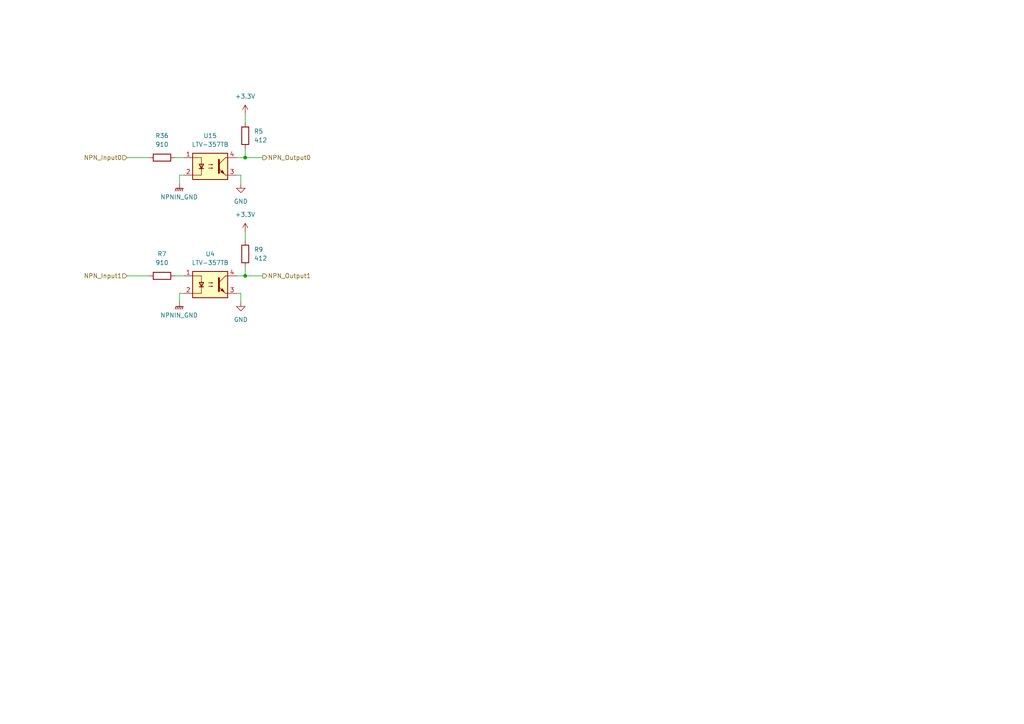
<source format=kicad_sch>
(kicad_sch
	(version 20250114)
	(generator "eeschema")
	(generator_version "9.0")
	(uuid "a5877513-a292-4358-b90a-2167ac50cd05")
	(paper "A4")
	(lib_symbols
		(symbol "Device:R"
			(pin_numbers
				(hide yes)
			)
			(pin_names
				(offset 0)
			)
			(exclude_from_sim no)
			(in_bom yes)
			(on_board yes)
			(property "Reference" "R"
				(at 2.032 0 90)
				(effects
					(font
						(size 1.27 1.27)
					)
				)
			)
			(property "Value" "R"
				(at 0 0 90)
				(effects
					(font
						(size 1.27 1.27)
					)
				)
			)
			(property "Footprint" ""
				(at -1.778 0 90)
				(effects
					(font
						(size 1.27 1.27)
					)
					(hide yes)
				)
			)
			(property "Datasheet" "~"
				(at 0 0 0)
				(effects
					(font
						(size 1.27 1.27)
					)
					(hide yes)
				)
			)
			(property "Description" "Resistor"
				(at 0 0 0)
				(effects
					(font
						(size 1.27 1.27)
					)
					(hide yes)
				)
			)
			(property "ki_keywords" "R res resistor"
				(at 0 0 0)
				(effects
					(font
						(size 1.27 1.27)
					)
					(hide yes)
				)
			)
			(property "ki_fp_filters" "R_*"
				(at 0 0 0)
				(effects
					(font
						(size 1.27 1.27)
					)
					(hide yes)
				)
			)
			(symbol "R_0_1"
				(rectangle
					(start -1.016 -2.54)
					(end 1.016 2.54)
					(stroke
						(width 0.254)
						(type default)
					)
					(fill
						(type none)
					)
				)
			)
			(symbol "R_1_1"
				(pin passive line
					(at 0 3.81 270)
					(length 1.27)
					(name "~"
						(effects
							(font
								(size 1.27 1.27)
							)
						)
					)
					(number "1"
						(effects
							(font
								(size 1.27 1.27)
							)
						)
					)
				)
				(pin passive line
					(at 0 -3.81 90)
					(length 1.27)
					(name "~"
						(effects
							(font
								(size 1.27 1.27)
							)
						)
					)
					(number "2"
						(effects
							(font
								(size 1.27 1.27)
							)
						)
					)
				)
			)
			(embedded_fonts no)
		)
		(symbol "Isolator:LTV-357T"
			(pin_names
				(offset 1.016)
			)
			(exclude_from_sim no)
			(in_bom yes)
			(on_board yes)
			(property "Reference" "U"
				(at -5.334 4.826 0)
				(effects
					(font
						(size 1.27 1.27)
					)
					(justify left)
				)
			)
			(property "Value" "LTV-357T"
				(at 0 5.08 0)
				(effects
					(font
						(size 1.27 1.27)
					)
					(justify left)
				)
			)
			(property "Footprint" "Package_SO:SO-4_4.4x3.6mm_P2.54mm"
				(at -5.08 -5.08 0)
				(effects
					(font
						(size 1.27 1.27)
						(italic yes)
					)
					(justify left)
					(hide yes)
				)
			)
			(property "Datasheet" "https://www.buerklin.com/medias/sys_master/download/download/h91/ha0/8892020588574.pdf"
				(at 0 0 0)
				(effects
					(font
						(size 1.27 1.27)
					)
					(justify left)
					(hide yes)
				)
			)
			(property "Description" "DC Optocoupler, Vce 35V, CTR 50%, SO-4"
				(at 0 0 0)
				(effects
					(font
						(size 1.27 1.27)
					)
					(hide yes)
				)
			)
			(property "ki_keywords" "NPN DC Optocoupler"
				(at 0 0 0)
				(effects
					(font
						(size 1.27 1.27)
					)
					(hide yes)
				)
			)
			(property "ki_fp_filters" "SO*4.4x3.6mm*P2.54mm*"
				(at 0 0 0)
				(effects
					(font
						(size 1.27 1.27)
					)
					(hide yes)
				)
			)
			(symbol "LTV-357T_0_1"
				(rectangle
					(start -5.08 3.81)
					(end 5.08 -3.81)
					(stroke
						(width 0.254)
						(type default)
					)
					(fill
						(type background)
					)
				)
				(polyline
					(pts
						(xy -5.08 2.54) (xy -2.54 2.54) (xy -2.54 -0.762)
					)
					(stroke
						(width 0)
						(type default)
					)
					(fill
						(type none)
					)
				)
				(polyline
					(pts
						(xy -3.175 -0.635) (xy -1.905 -0.635)
					)
					(stroke
						(width 0.254)
						(type default)
					)
					(fill
						(type none)
					)
				)
				(polyline
					(pts
						(xy -2.54 -0.635) (xy -2.54 -2.54) (xy -5.08 -2.54)
					)
					(stroke
						(width 0)
						(type default)
					)
					(fill
						(type none)
					)
				)
				(polyline
					(pts
						(xy -2.54 -0.635) (xy -3.175 0.635) (xy -1.905 0.635) (xy -2.54 -0.635)
					)
					(stroke
						(width 0.254)
						(type default)
					)
					(fill
						(type none)
					)
				)
				(polyline
					(pts
						(xy -0.508 0.508) (xy 0.762 0.508) (xy 0.381 0.381) (xy 0.381 0.635) (xy 0.762 0.508)
					)
					(stroke
						(width 0)
						(type default)
					)
					(fill
						(type none)
					)
				)
				(polyline
					(pts
						(xy -0.508 -0.508) (xy 0.762 -0.508) (xy 0.381 -0.635) (xy 0.381 -0.381) (xy 0.762 -0.508)
					)
					(stroke
						(width 0)
						(type default)
					)
					(fill
						(type none)
					)
				)
				(polyline
					(pts
						(xy 2.54 1.905) (xy 2.54 -1.905) (xy 2.54 -1.905)
					)
					(stroke
						(width 0.508)
						(type default)
					)
					(fill
						(type none)
					)
				)
				(polyline
					(pts
						(xy 2.54 0.635) (xy 4.445 2.54)
					)
					(stroke
						(width 0)
						(type default)
					)
					(fill
						(type none)
					)
				)
				(polyline
					(pts
						(xy 3.048 -1.651) (xy 3.556 -1.143) (xy 4.064 -2.159) (xy 3.048 -1.651) (xy 3.048 -1.651)
					)
					(stroke
						(width 0)
						(type default)
					)
					(fill
						(type outline)
					)
				)
				(polyline
					(pts
						(xy 4.445 2.54) (xy 5.08 2.54)
					)
					(stroke
						(width 0)
						(type default)
					)
					(fill
						(type none)
					)
				)
				(polyline
					(pts
						(xy 4.445 -2.54) (xy 2.54 -0.635)
					)
					(stroke
						(width 0)
						(type default)
					)
					(fill
						(type outline)
					)
				)
				(polyline
					(pts
						(xy 4.445 -2.54) (xy 5.08 -2.54)
					)
					(stroke
						(width 0)
						(type default)
					)
					(fill
						(type none)
					)
				)
			)
			(symbol "LTV-357T_1_1"
				(pin passive line
					(at -7.62 2.54 0)
					(length 2.54)
					(name "~"
						(effects
							(font
								(size 1.27 1.27)
							)
						)
					)
					(number "1"
						(effects
							(font
								(size 1.27 1.27)
							)
						)
					)
				)
				(pin passive line
					(at -7.62 -2.54 0)
					(length 2.54)
					(name "~"
						(effects
							(font
								(size 1.27 1.27)
							)
						)
					)
					(number "2"
						(effects
							(font
								(size 1.27 1.27)
							)
						)
					)
				)
				(pin passive line
					(at 7.62 2.54 180)
					(length 2.54)
					(name "~"
						(effects
							(font
								(size 1.27 1.27)
							)
						)
					)
					(number "4"
						(effects
							(font
								(size 1.27 1.27)
							)
						)
					)
				)
				(pin passive line
					(at 7.62 -2.54 180)
					(length 2.54)
					(name "~"
						(effects
							(font
								(size 1.27 1.27)
							)
						)
					)
					(number "3"
						(effects
							(font
								(size 1.27 1.27)
							)
						)
					)
				)
			)
			(embedded_fonts no)
		)
		(symbol "power:+3.3V"
			(power)
			(pin_numbers
				(hide yes)
			)
			(pin_names
				(offset 0)
				(hide yes)
			)
			(exclude_from_sim no)
			(in_bom yes)
			(on_board yes)
			(property "Reference" "#PWR"
				(at 0 -3.81 0)
				(effects
					(font
						(size 1.27 1.27)
					)
					(hide yes)
				)
			)
			(property "Value" "+3.3V"
				(at 0 3.556 0)
				(effects
					(font
						(size 1.27 1.27)
					)
				)
			)
			(property "Footprint" ""
				(at 0 0 0)
				(effects
					(font
						(size 1.27 1.27)
					)
					(hide yes)
				)
			)
			(property "Datasheet" ""
				(at 0 0 0)
				(effects
					(font
						(size 1.27 1.27)
					)
					(hide yes)
				)
			)
			(property "Description" "Power symbol creates a global label with name \"+3.3V\""
				(at 0 0 0)
				(effects
					(font
						(size 1.27 1.27)
					)
					(hide yes)
				)
			)
			(property "ki_keywords" "global power"
				(at 0 0 0)
				(effects
					(font
						(size 1.27 1.27)
					)
					(hide yes)
				)
			)
			(symbol "+3.3V_0_1"
				(polyline
					(pts
						(xy -0.762 1.27) (xy 0 2.54)
					)
					(stroke
						(width 0)
						(type default)
					)
					(fill
						(type none)
					)
				)
				(polyline
					(pts
						(xy 0 2.54) (xy 0.762 1.27)
					)
					(stroke
						(width 0)
						(type default)
					)
					(fill
						(type none)
					)
				)
				(polyline
					(pts
						(xy 0 0) (xy 0 2.54)
					)
					(stroke
						(width 0)
						(type default)
					)
					(fill
						(type none)
					)
				)
			)
			(symbol "+3.3V_1_1"
				(pin power_in line
					(at 0 0 90)
					(length 0)
					(name "~"
						(effects
							(font
								(size 1.27 1.27)
							)
						)
					)
					(number "1"
						(effects
							(font
								(size 1.27 1.27)
							)
						)
					)
				)
			)
			(embedded_fonts no)
		)
		(symbol "power:GND"
			(power)
			(pin_numbers
				(hide yes)
			)
			(pin_names
				(offset 0)
				(hide yes)
			)
			(exclude_from_sim no)
			(in_bom yes)
			(on_board yes)
			(property "Reference" "#PWR"
				(at 0 -6.35 0)
				(effects
					(font
						(size 1.27 1.27)
					)
					(hide yes)
				)
			)
			(property "Value" "GND"
				(at 0 -3.81 0)
				(effects
					(font
						(size 1.27 1.27)
					)
				)
			)
			(property "Footprint" ""
				(at 0 0 0)
				(effects
					(font
						(size 1.27 1.27)
					)
					(hide yes)
				)
			)
			(property "Datasheet" ""
				(at 0 0 0)
				(effects
					(font
						(size 1.27 1.27)
					)
					(hide yes)
				)
			)
			(property "Description" "Power symbol creates a global label with name \"GND\" , ground"
				(at 0 0 0)
				(effects
					(font
						(size 1.27 1.27)
					)
					(hide yes)
				)
			)
			(property "ki_keywords" "global power"
				(at 0 0 0)
				(effects
					(font
						(size 1.27 1.27)
					)
					(hide yes)
				)
			)
			(symbol "GND_0_1"
				(polyline
					(pts
						(xy 0 0) (xy 0 -1.27) (xy 1.27 -1.27) (xy 0 -2.54) (xy -1.27 -1.27) (xy 0 -1.27)
					)
					(stroke
						(width 0)
						(type default)
					)
					(fill
						(type none)
					)
				)
			)
			(symbol "GND_1_1"
				(pin power_in line
					(at 0 0 270)
					(length 0)
					(name "~"
						(effects
							(font
								(size 1.27 1.27)
							)
						)
					)
					(number "1"
						(effects
							(font
								(size 1.27 1.27)
							)
						)
					)
				)
			)
			(embedded_fonts no)
		)
		(symbol "power:GNDPWR"
			(power)
			(pin_numbers
				(hide yes)
			)
			(pin_names
				(offset 0)
				(hide yes)
			)
			(exclude_from_sim no)
			(in_bom yes)
			(on_board yes)
			(property "Reference" "#PWR"
				(at 0 -5.08 0)
				(effects
					(font
						(size 1.27 1.27)
					)
					(hide yes)
				)
			)
			(property "Value" "GNDPWR"
				(at 0 -3.302 0)
				(effects
					(font
						(size 1.27 1.27)
					)
				)
			)
			(property "Footprint" ""
				(at 0 -1.27 0)
				(effects
					(font
						(size 1.27 1.27)
					)
					(hide yes)
				)
			)
			(property "Datasheet" ""
				(at 0 -1.27 0)
				(effects
					(font
						(size 1.27 1.27)
					)
					(hide yes)
				)
			)
			(property "Description" "Power symbol creates a global label with name \"GNDPWR\" , global ground"
				(at 0 0 0)
				(effects
					(font
						(size 1.27 1.27)
					)
					(hide yes)
				)
			)
			(property "ki_keywords" "global ground"
				(at 0 0 0)
				(effects
					(font
						(size 1.27 1.27)
					)
					(hide yes)
				)
			)
			(symbol "GNDPWR_0_1"
				(polyline
					(pts
						(xy -1.016 -1.27) (xy -1.27 -2.032) (xy -1.27 -2.032)
					)
					(stroke
						(width 0.2032)
						(type default)
					)
					(fill
						(type none)
					)
				)
				(polyline
					(pts
						(xy -0.508 -1.27) (xy -0.762 -2.032) (xy -0.762 -2.032)
					)
					(stroke
						(width 0.2032)
						(type default)
					)
					(fill
						(type none)
					)
				)
				(polyline
					(pts
						(xy 0 -1.27) (xy 0 0)
					)
					(stroke
						(width 0)
						(type default)
					)
					(fill
						(type none)
					)
				)
				(polyline
					(pts
						(xy 0 -1.27) (xy -0.254 -2.032) (xy -0.254 -2.032)
					)
					(stroke
						(width 0.2032)
						(type default)
					)
					(fill
						(type none)
					)
				)
				(polyline
					(pts
						(xy 0.508 -1.27) (xy 0.254 -2.032) (xy 0.254 -2.032)
					)
					(stroke
						(width 0.2032)
						(type default)
					)
					(fill
						(type none)
					)
				)
				(polyline
					(pts
						(xy 1.016 -1.27) (xy -1.016 -1.27) (xy -1.016 -1.27)
					)
					(stroke
						(width 0.2032)
						(type default)
					)
					(fill
						(type none)
					)
				)
				(polyline
					(pts
						(xy 1.016 -1.27) (xy 0.762 -2.032) (xy 0.762 -2.032) (xy 0.762 -2.032)
					)
					(stroke
						(width 0.2032)
						(type default)
					)
					(fill
						(type none)
					)
				)
			)
			(symbol "GNDPWR_1_1"
				(pin power_in line
					(at 0 0 270)
					(length 0)
					(name "~"
						(effects
							(font
								(size 1.27 1.27)
							)
						)
					)
					(number "1"
						(effects
							(font
								(size 1.27 1.27)
							)
						)
					)
				)
			)
			(embedded_fonts no)
		)
	)
	(junction
		(at 71.12 45.72)
		(diameter 0)
		(color 0 0 0 0)
		(uuid "41c66f47-e7a7-45ac-8c6c-afaa5ff25ae4")
	)
	(junction
		(at 71.12 80.01)
		(diameter 0)
		(color 0 0 0 0)
		(uuid "acdda06d-3f9c-445b-bfb8-14df51cbb278")
	)
	(wire
		(pts
			(xy 71.12 80.01) (xy 71.12 77.47)
		)
		(stroke
			(width 0)
			(type default)
		)
		(uuid "0a07087f-1747-4bb6-9bb8-4227fdf02c35")
	)
	(wire
		(pts
			(xy 52.07 53.34) (xy 52.07 50.8)
		)
		(stroke
			(width 0)
			(type default)
		)
		(uuid "16909eae-5808-4250-a165-5d424519b9f7")
	)
	(wire
		(pts
			(xy 71.12 45.72) (xy 71.12 43.18)
		)
		(stroke
			(width 0)
			(type default)
		)
		(uuid "2c648b6b-7280-49b0-8fbc-1710bf6324ff")
	)
	(wire
		(pts
			(xy 52.07 85.09) (xy 53.34 85.09)
		)
		(stroke
			(width 0)
			(type default)
		)
		(uuid "4f7d5794-0958-4bfa-a8e0-e22abc003c38")
	)
	(wire
		(pts
			(xy 36.83 80.01) (xy 43.18 80.01)
		)
		(stroke
			(width 0)
			(type default)
		)
		(uuid "559b7827-2dd8-47d6-a65f-eee5c4af1846")
	)
	(wire
		(pts
			(xy 71.12 80.01) (xy 76.2 80.01)
		)
		(stroke
			(width 0)
			(type default)
		)
		(uuid "5a949b1f-1efb-43de-87ce-cc5680f10a83")
	)
	(wire
		(pts
			(xy 69.85 53.34) (xy 69.85 50.8)
		)
		(stroke
			(width 0)
			(type default)
		)
		(uuid "6bbfdb85-393b-4ec8-bfb0-9d47265ba8fb")
	)
	(wire
		(pts
			(xy 52.07 87.63) (xy 52.07 85.09)
		)
		(stroke
			(width 0)
			(type default)
		)
		(uuid "6d227478-8414-4ddf-8464-1392ac4906fe")
	)
	(wire
		(pts
			(xy 36.83 45.72) (xy 43.18 45.72)
		)
		(stroke
			(width 0)
			(type default)
		)
		(uuid "708080dc-1ce2-46e2-95a6-f0de70070d2e")
	)
	(wire
		(pts
			(xy 69.85 87.63) (xy 69.85 85.09)
		)
		(stroke
			(width 0)
			(type default)
		)
		(uuid "76eef435-060f-4f7e-a127-2d8688b26f25")
	)
	(wire
		(pts
			(xy 71.12 67.31) (xy 71.12 69.85)
		)
		(stroke
			(width 0)
			(type default)
		)
		(uuid "7b5f2524-f7d3-4a44-bea4-be6234bc5f16")
	)
	(wire
		(pts
			(xy 71.12 45.72) (xy 76.2 45.72)
		)
		(stroke
			(width 0)
			(type default)
		)
		(uuid "7c5d1898-45c8-4c2c-bba4-6ba43c03c8a9")
	)
	(wire
		(pts
			(xy 68.58 45.72) (xy 71.12 45.72)
		)
		(stroke
			(width 0)
			(type default)
		)
		(uuid "7d02e377-108c-4067-97ad-a78509e86e63")
	)
	(wire
		(pts
			(xy 50.8 45.72) (xy 53.34 45.72)
		)
		(stroke
			(width 0)
			(type default)
		)
		(uuid "8357a04f-0fee-464e-8667-ac07f18bf780")
	)
	(wire
		(pts
			(xy 68.58 80.01) (xy 71.12 80.01)
		)
		(stroke
			(width 0)
			(type default)
		)
		(uuid "8c5ed73b-1ba0-4b2d-8ad7-1d082f070700")
	)
	(wire
		(pts
			(xy 71.12 33.02) (xy 71.12 35.56)
		)
		(stroke
			(width 0)
			(type default)
		)
		(uuid "c03fe5d6-c79f-4399-97cc-621fe064d797")
	)
	(wire
		(pts
			(xy 50.8 80.01) (xy 53.34 80.01)
		)
		(stroke
			(width 0)
			(type default)
		)
		(uuid "cbb5f37a-9761-4382-813d-a00b5a0c7da3")
	)
	(wire
		(pts
			(xy 52.07 50.8) (xy 53.34 50.8)
		)
		(stroke
			(width 0)
			(type default)
		)
		(uuid "cec7a1c8-14e1-4c53-be2d-21830de8b855")
	)
	(wire
		(pts
			(xy 68.58 85.09) (xy 69.85 85.09)
		)
		(stroke
			(width 0)
			(type default)
		)
		(uuid "d2b3386f-1619-411f-8ba8-7123addf8312")
	)
	(wire
		(pts
			(xy 68.58 50.8) (xy 69.85 50.8)
		)
		(stroke
			(width 0)
			(type default)
		)
		(uuid "f13b36ea-6f8d-43a5-8c29-3fd1988fd44f")
	)
	(hierarchical_label "NPN_Output0"
		(shape output)
		(at 76.2 45.72 0)
		(effects
			(font
				(size 1.27 1.27)
			)
			(justify left)
		)
		(uuid "0736ef3e-0f22-42d5-ab85-e8732175883e")
	)
	(hierarchical_label "NPN_Input1"
		(shape input)
		(at 36.83 80.01 180)
		(effects
			(font
				(size 1.27 1.27)
			)
			(justify right)
		)
		(uuid "2074bbdb-1f83-4026-b754-a7c2d363d0ea")
	)
	(hierarchical_label "NPN_Output1"
		(shape output)
		(at 76.2 80.01 0)
		(effects
			(font
				(size 1.27 1.27)
			)
			(justify left)
		)
		(uuid "94d95605-0a8a-4d57-a454-afedc52c43ec")
	)
	(hierarchical_label "NPN_Input0"
		(shape input)
		(at 36.83 45.72 180)
		(effects
			(font
				(size 1.27 1.27)
			)
			(justify right)
		)
		(uuid "c27417e5-ce91-45ae-a0ff-3fbf92e5c589")
	)
	(symbol
		(lib_id "power:GNDPWR")
		(at 52.07 53.34 0)
		(unit 1)
		(exclude_from_sim no)
		(in_bom yes)
		(on_board yes)
		(dnp no)
		(fields_autoplaced yes)
		(uuid "3caa5aca-b9de-4308-8931-af8754804b91")
		(property "Reference" "#PWR0101"
			(at 52.07 58.42 0)
			(effects
				(font
					(size 1.27 1.27)
				)
				(hide yes)
			)
		)
		(property "Value" "NPNIN_GND"
			(at 51.943 57.15 0)
			(effects
				(font
					(size 1.27 1.27)
				)
			)
		)
		(property "Footprint" ""
			(at 52.07 54.61 0)
			(effects
				(font
					(size 1.27 1.27)
				)
				(hide yes)
			)
		)
		(property "Datasheet" ""
			(at 52.07 54.61 0)
			(effects
				(font
					(size 1.27 1.27)
				)
				(hide yes)
			)
		)
		(property "Description" "Power symbol creates a global label with name \"GNDPWR\" , global ground"
			(at 52.07 53.34 0)
			(effects
				(font
					(size 1.27 1.27)
				)
				(hide yes)
			)
		)
		(pin "1"
			(uuid "14dc37e6-5262-48ad-929b-16ffcbb4d992")
		)
		(instances
			(project "NIVARA"
				(path "/ff64f013-32cc-4b27-a03f-45a540688198/1d6a0d55-124c-4c27-8d03-8c1521f03c11/f6cf21ea-bdca-4f61-a664-400b44b3b599"
					(reference "#PWR0101")
					(unit 1)
				)
			)
		)
	)
	(symbol
		(lib_id "power:GND")
		(at 69.85 53.34 0)
		(unit 1)
		(exclude_from_sim no)
		(in_bom yes)
		(on_board yes)
		(dnp no)
		(fields_autoplaced yes)
		(uuid "54c0ad1a-953e-4579-9b77-ae2c5309bfc3")
		(property "Reference" "#PWR0102"
			(at 69.85 59.69 0)
			(effects
				(font
					(size 1.27 1.27)
				)
				(hide yes)
			)
		)
		(property "Value" "GND"
			(at 69.85 58.42 0)
			(effects
				(font
					(size 1.27 1.27)
				)
			)
		)
		(property "Footprint" ""
			(at 69.85 53.34 0)
			(effects
				(font
					(size 1.27 1.27)
				)
				(hide yes)
			)
		)
		(property "Datasheet" ""
			(at 69.85 53.34 0)
			(effects
				(font
					(size 1.27 1.27)
				)
				(hide yes)
			)
		)
		(property "Description" "Power symbol creates a global label with name \"GND\" , ground"
			(at 69.85 53.34 0)
			(effects
				(font
					(size 1.27 1.27)
				)
				(hide yes)
			)
		)
		(pin "1"
			(uuid "ed23d08f-80bc-4a32-b01f-f7783e51e2c8")
		)
		(instances
			(project "NIVARA"
				(path "/ff64f013-32cc-4b27-a03f-45a540688198/1d6a0d55-124c-4c27-8d03-8c1521f03c11/f6cf21ea-bdca-4f61-a664-400b44b3b599"
					(reference "#PWR0102")
					(unit 1)
				)
			)
		)
	)
	(symbol
		(lib_id "power:+3.3V")
		(at 71.12 67.31 0)
		(unit 1)
		(exclude_from_sim no)
		(in_bom yes)
		(on_board yes)
		(dnp no)
		(fields_autoplaced yes)
		(uuid "67b06975-ff14-4b9c-a3a7-352ad56452e4")
		(property "Reference" "#PWR032"
			(at 71.12 71.12 0)
			(effects
				(font
					(size 1.27 1.27)
				)
				(hide yes)
			)
		)
		(property "Value" "+3.3V"
			(at 71.12 62.23 0)
			(effects
				(font
					(size 1.27 1.27)
				)
			)
		)
		(property "Footprint" ""
			(at 71.12 67.31 0)
			(effects
				(font
					(size 1.27 1.27)
				)
				(hide yes)
			)
		)
		(property "Datasheet" ""
			(at 71.12 67.31 0)
			(effects
				(font
					(size 1.27 1.27)
				)
				(hide yes)
			)
		)
		(property "Description" "Power symbol creates a global label with name \"+3.3V\""
			(at 71.12 67.31 0)
			(effects
				(font
					(size 1.27 1.27)
				)
				(hide yes)
			)
		)
		(pin "1"
			(uuid "28bdfde1-7583-4fbf-956f-41a285643c42")
		)
		(instances
			(project "NIVARA"
				(path "/ff64f013-32cc-4b27-a03f-45a540688198/1d6a0d55-124c-4c27-8d03-8c1521f03c11/f6cf21ea-bdca-4f61-a664-400b44b3b599"
					(reference "#PWR032")
					(unit 1)
				)
			)
		)
	)
	(symbol
		(lib_id "Device:R")
		(at 46.99 80.01 90)
		(unit 1)
		(exclude_from_sim no)
		(in_bom yes)
		(on_board yes)
		(dnp no)
		(fields_autoplaced yes)
		(uuid "83b3df02-6141-43ac-9569-621f000bbd39")
		(property "Reference" "R7"
			(at 46.99 73.66 90)
			(effects
				(font
					(size 1.27 1.27)
				)
			)
		)
		(property "Value" "910"
			(at 46.99 76.2 90)
			(effects
				(font
					(size 1.27 1.27)
				)
			)
		)
		(property "Footprint" "Resistor_SMD:R_0603_1608Metric"
			(at 46.99 81.788 90)
			(effects
				(font
					(size 1.27 1.27)
				)
				(hide yes)
			)
		)
		(property "Datasheet" "~"
			(at 46.99 80.01 0)
			(effects
				(font
					(size 1.27 1.27)
				)
				(hide yes)
			)
		)
		(property "Description" "Resistor"
			(at 46.99 80.01 0)
			(effects
				(font
					(size 1.27 1.27)
				)
				(hide yes)
			)
		)
		(property "LCSC#" "C114670"
			(at 46.99 80.01 90)
			(effects
				(font
					(size 1.27 1.27)
				)
				(hide yes)
			)
		)
		(pin "1"
			(uuid "086cf230-b114-43b5-aecf-d9e24df40992")
		)
		(pin "2"
			(uuid "ba869ee3-1253-40b3-9dfd-c6199f24a9d7")
		)
		(instances
			(project "NIVARA"
				(path "/ff64f013-32cc-4b27-a03f-45a540688198/1d6a0d55-124c-4c27-8d03-8c1521f03c11/f6cf21ea-bdca-4f61-a664-400b44b3b599"
					(reference "R7")
					(unit 1)
				)
			)
		)
	)
	(symbol
		(lib_id "Device:R")
		(at 71.12 39.37 180)
		(unit 1)
		(exclude_from_sim no)
		(in_bom yes)
		(on_board yes)
		(dnp no)
		(fields_autoplaced yes)
		(uuid "a5b64f97-30fc-42b9-b5c2-9ab9975ec60f")
		(property "Reference" "R5"
			(at 73.66 38.0999 0)
			(effects
				(font
					(size 1.27 1.27)
				)
				(justify right)
			)
		)
		(property "Value" "412"
			(at 73.66 40.6399 0)
			(effects
				(font
					(size 1.27 1.27)
				)
				(justify right)
			)
		)
		(property "Footprint" ""
			(at 72.898 39.37 90)
			(effects
				(font
					(size 1.27 1.27)
				)
				(hide yes)
			)
		)
		(property "Datasheet" "~"
			(at 71.12 39.37 0)
			(effects
				(font
					(size 1.27 1.27)
				)
				(hide yes)
			)
		)
		(property "Description" "Resistor"
			(at 71.12 39.37 0)
			(effects
				(font
					(size 1.27 1.27)
				)
				(hide yes)
			)
		)
		(pin "1"
			(uuid "b289aa6c-fdb7-4c69-9f91-19b5dc579df6")
		)
		(pin "2"
			(uuid "9969d41e-fd5e-4117-98cb-370c603ffe7e")
		)
		(instances
			(project "NIVARA"
				(path "/ff64f013-32cc-4b27-a03f-45a540688198/1d6a0d55-124c-4c27-8d03-8c1521f03c11/f6cf21ea-bdca-4f61-a664-400b44b3b599"
					(reference "R5")
					(unit 1)
				)
			)
		)
	)
	(symbol
		(lib_id "power:GNDPWR")
		(at 52.07 87.63 0)
		(unit 1)
		(exclude_from_sim no)
		(in_bom yes)
		(on_board yes)
		(dnp no)
		(fields_autoplaced yes)
		(uuid "a8819379-5eb1-4f2e-a43b-d81fa936d953")
		(property "Reference" "#PWR030"
			(at 52.07 92.71 0)
			(effects
				(font
					(size 1.27 1.27)
				)
				(hide yes)
			)
		)
		(property "Value" "NPNIN_GND"
			(at 51.943 91.44 0)
			(effects
				(font
					(size 1.27 1.27)
				)
			)
		)
		(property "Footprint" ""
			(at 52.07 88.9 0)
			(effects
				(font
					(size 1.27 1.27)
				)
				(hide yes)
			)
		)
		(property "Datasheet" ""
			(at 52.07 88.9 0)
			(effects
				(font
					(size 1.27 1.27)
				)
				(hide yes)
			)
		)
		(property "Description" "Power symbol creates a global label with name \"GNDPWR\" , global ground"
			(at 52.07 87.63 0)
			(effects
				(font
					(size 1.27 1.27)
				)
				(hide yes)
			)
		)
		(pin "1"
			(uuid "9b818417-60ae-4c03-97a7-618270a4b914")
		)
		(instances
			(project "NIVARA"
				(path "/ff64f013-32cc-4b27-a03f-45a540688198/1d6a0d55-124c-4c27-8d03-8c1521f03c11/f6cf21ea-bdca-4f61-a664-400b44b3b599"
					(reference "#PWR030")
					(unit 1)
				)
			)
		)
	)
	(symbol
		(lib_id "Isolator:LTV-357T")
		(at 60.96 48.26 0)
		(unit 1)
		(exclude_from_sim no)
		(in_bom yes)
		(on_board yes)
		(dnp no)
		(fields_autoplaced yes)
		(uuid "b2fa5c26-bbd3-4db2-b952-f1ca26024f3a")
		(property "Reference" "U15"
			(at 60.96 39.37 0)
			(effects
				(font
					(size 1.27 1.27)
				)
			)
		)
		(property "Value" "LTV-357TB"
			(at 60.96 41.91 0)
			(effects
				(font
					(size 1.27 1.27)
				)
			)
		)
		(property "Footprint" "Package_SO:SO-4_4.4x3.6mm_P2.54mm"
			(at 55.88 53.34 0)
			(effects
				(font
					(size 1.27 1.27)
					(italic yes)
				)
				(justify left)
				(hide yes)
			)
		)
		(property "Datasheet" "https://www.buerklin.com/medias/sys_master/download/download/h91/ha0/8892020588574.pdf"
			(at 60.96 48.26 0)
			(effects
				(font
					(size 1.27 1.27)
				)
				(justify left)
				(hide yes)
			)
		)
		(property "Description" "DC Optocoupler, Vce 35V, CTR 50%, SO-4"
			(at 60.96 48.26 0)
			(effects
				(font
					(size 1.27 1.27)
				)
				(hide yes)
			)
		)
		(pin "3"
			(uuid "fae7e194-a150-4b2e-b8be-acbdc9c61e1b")
		)
		(pin "1"
			(uuid "47b519a8-dc43-45bb-a75c-d3a0b1ccc95a")
		)
		(pin "2"
			(uuid "7e7931be-f989-4c4f-94ee-1c6fd68172a1")
		)
		(pin "4"
			(uuid "5fc757c5-cc5c-4c43-8e2d-1c0354db5dc0")
		)
		(instances
			(project "NIVARA"
				(path "/ff64f013-32cc-4b27-a03f-45a540688198/1d6a0d55-124c-4c27-8d03-8c1521f03c11/f6cf21ea-bdca-4f61-a664-400b44b3b599"
					(reference "U15")
					(unit 1)
				)
			)
		)
	)
	(symbol
		(lib_id "power:+3.3V")
		(at 71.12 33.02 0)
		(unit 1)
		(exclude_from_sim no)
		(in_bom yes)
		(on_board yes)
		(dnp no)
		(fields_autoplaced yes)
		(uuid "b6525b2a-8a76-4403-bb42-8a032ac5046a")
		(property "Reference" "#PWR0103"
			(at 71.12 36.83 0)
			(effects
				(font
					(size 1.27 1.27)
				)
				(hide yes)
			)
		)
		(property "Value" "+3.3V"
			(at 71.12 27.94 0)
			(effects
				(font
					(size 1.27 1.27)
				)
			)
		)
		(property "Footprint" ""
			(at 71.12 33.02 0)
			(effects
				(font
					(size 1.27 1.27)
				)
				(hide yes)
			)
		)
		(property "Datasheet" ""
			(at 71.12 33.02 0)
			(effects
				(font
					(size 1.27 1.27)
				)
				(hide yes)
			)
		)
		(property "Description" "Power symbol creates a global label with name \"+3.3V\""
			(at 71.12 33.02 0)
			(effects
				(font
					(size 1.27 1.27)
				)
				(hide yes)
			)
		)
		(pin "1"
			(uuid "c18fd532-d3e6-42b3-af61-c7194ee06852")
		)
		(instances
			(project "NIVARA"
				(path "/ff64f013-32cc-4b27-a03f-45a540688198/1d6a0d55-124c-4c27-8d03-8c1521f03c11/f6cf21ea-bdca-4f61-a664-400b44b3b599"
					(reference "#PWR0103")
					(unit 1)
				)
			)
		)
	)
	(symbol
		(lib_id "power:GND")
		(at 69.85 87.63 0)
		(unit 1)
		(exclude_from_sim no)
		(in_bom yes)
		(on_board yes)
		(dnp no)
		(fields_autoplaced yes)
		(uuid "bb1cc529-cd99-4947-ab1d-bec200cfc162")
		(property "Reference" "#PWR031"
			(at 69.85 93.98 0)
			(effects
				(font
					(size 1.27 1.27)
				)
				(hide yes)
			)
		)
		(property "Value" "GND"
			(at 69.85 92.71 0)
			(effects
				(font
					(size 1.27 1.27)
				)
			)
		)
		(property "Footprint" ""
			(at 69.85 87.63 0)
			(effects
				(font
					(size 1.27 1.27)
				)
				(hide yes)
			)
		)
		(property "Datasheet" ""
			(at 69.85 87.63 0)
			(effects
				(font
					(size 1.27 1.27)
				)
				(hide yes)
			)
		)
		(property "Description" "Power symbol creates a global label with name \"GND\" , ground"
			(at 69.85 87.63 0)
			(effects
				(font
					(size 1.27 1.27)
				)
				(hide yes)
			)
		)
		(pin "1"
			(uuid "d2f01e2c-14a2-4084-9779-32db6a42726f")
		)
		(instances
			(project "NIVARA"
				(path "/ff64f013-32cc-4b27-a03f-45a540688198/1d6a0d55-124c-4c27-8d03-8c1521f03c11/f6cf21ea-bdca-4f61-a664-400b44b3b599"
					(reference "#PWR031")
					(unit 1)
				)
			)
		)
	)
	(symbol
		(lib_id "Device:R")
		(at 46.99 45.72 90)
		(unit 1)
		(exclude_from_sim no)
		(in_bom yes)
		(on_board yes)
		(dnp no)
		(fields_autoplaced yes)
		(uuid "ca3c2ca2-e507-4035-af88-cc947bab56e2")
		(property "Reference" "R36"
			(at 46.99 39.37 90)
			(effects
				(font
					(size 1.27 1.27)
				)
			)
		)
		(property "Value" "910"
			(at 46.99 41.91 90)
			(effects
				(font
					(size 1.27 1.27)
				)
			)
		)
		(property "Footprint" "Resistor_SMD:R_0603_1608Metric"
			(at 46.99 47.498 90)
			(effects
				(font
					(size 1.27 1.27)
				)
				(hide yes)
			)
		)
		(property "Datasheet" "~"
			(at 46.99 45.72 0)
			(effects
				(font
					(size 1.27 1.27)
				)
				(hide yes)
			)
		)
		(property "Description" "Resistor"
			(at 46.99 45.72 0)
			(effects
				(font
					(size 1.27 1.27)
				)
				(hide yes)
			)
		)
		(property "LCSC#" "C114670"
			(at 46.99 45.72 90)
			(effects
				(font
					(size 1.27 1.27)
				)
				(hide yes)
			)
		)
		(pin "1"
			(uuid "6f8869d3-c643-4227-9403-8c1098641c08")
		)
		(pin "2"
			(uuid "179dc1d5-eda6-4218-9744-83b9543b41c8")
		)
		(instances
			(project "NIVARA"
				(path "/ff64f013-32cc-4b27-a03f-45a540688198/1d6a0d55-124c-4c27-8d03-8c1521f03c11/f6cf21ea-bdca-4f61-a664-400b44b3b599"
					(reference "R36")
					(unit 1)
				)
			)
		)
	)
	(symbol
		(lib_id "Device:R")
		(at 71.12 73.66 180)
		(unit 1)
		(exclude_from_sim no)
		(in_bom yes)
		(on_board yes)
		(dnp no)
		(fields_autoplaced yes)
		(uuid "db074201-ecb2-42fa-aed1-9646ed26f0a6")
		(property "Reference" "R9"
			(at 73.66 72.3899 0)
			(effects
				(font
					(size 1.27 1.27)
				)
				(justify right)
			)
		)
		(property "Value" "412"
			(at 73.66 74.9299 0)
			(effects
				(font
					(size 1.27 1.27)
				)
				(justify right)
			)
		)
		(property "Footprint" ""
			(at 72.898 73.66 90)
			(effects
				(font
					(size 1.27 1.27)
				)
				(hide yes)
			)
		)
		(property "Datasheet" "~"
			(at 71.12 73.66 0)
			(effects
				(font
					(size 1.27 1.27)
				)
				(hide yes)
			)
		)
		(property "Description" "Resistor"
			(at 71.12 73.66 0)
			(effects
				(font
					(size 1.27 1.27)
				)
				(hide yes)
			)
		)
		(pin "1"
			(uuid "edcbf229-27b2-46d0-a9a9-2372352431b9")
		)
		(pin "2"
			(uuid "2bb98575-08d0-4617-b713-188714b6bcf3")
		)
		(instances
			(project "NIVARA"
				(path "/ff64f013-32cc-4b27-a03f-45a540688198/1d6a0d55-124c-4c27-8d03-8c1521f03c11/f6cf21ea-bdca-4f61-a664-400b44b3b599"
					(reference "R9")
					(unit 1)
				)
			)
		)
	)
	(symbol
		(lib_id "Isolator:LTV-357T")
		(at 60.96 82.55 0)
		(unit 1)
		(exclude_from_sim no)
		(in_bom yes)
		(on_board yes)
		(dnp no)
		(fields_autoplaced yes)
		(uuid "fdbb2d1f-6726-414b-96f2-2571435d2571")
		(property "Reference" "U4"
			(at 60.96 73.66 0)
			(effects
				(font
					(size 1.27 1.27)
				)
			)
		)
		(property "Value" "LTV-357TB"
			(at 60.96 76.2 0)
			(effects
				(font
					(size 1.27 1.27)
				)
			)
		)
		(property "Footprint" "Package_SO:SO-4_4.4x3.6mm_P2.54mm"
			(at 55.88 87.63 0)
			(effects
				(font
					(size 1.27 1.27)
					(italic yes)
				)
				(justify left)
				(hide yes)
			)
		)
		(property "Datasheet" "https://www.buerklin.com/medias/sys_master/download/download/h91/ha0/8892020588574.pdf"
			(at 60.96 82.55 0)
			(effects
				(font
					(size 1.27 1.27)
				)
				(justify left)
				(hide yes)
			)
		)
		(property "Description" "DC Optocoupler, Vce 35V, CTR 50%, SO-4"
			(at 60.96 82.55 0)
			(effects
				(font
					(size 1.27 1.27)
				)
				(hide yes)
			)
		)
		(pin "3"
			(uuid "057ac0e0-2a4c-4405-82ff-64288d76565b")
		)
		(pin "1"
			(uuid "8ba5971f-a246-4c17-a7e6-ded2fd521125")
		)
		(pin "2"
			(uuid "1252e7e2-7184-4c56-b07d-61c5c98ab279")
		)
		(pin "4"
			(uuid "24bda9d4-dd45-4da8-b2f1-807b2da1167e")
		)
		(instances
			(project "NIVARA"
				(path "/ff64f013-32cc-4b27-a03f-45a540688198/1d6a0d55-124c-4c27-8d03-8c1521f03c11/f6cf21ea-bdca-4f61-a664-400b44b3b599"
					(reference "U4")
					(unit 1)
				)
			)
		)
	)
)

</source>
